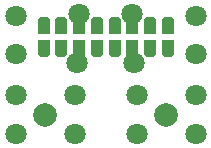
<source format=gbr>
%TF.GenerationSoftware,KiCad,Pcbnew,8.0.1-unknown-202403172319~81f55dfc9c~ubuntu22.04.1*%
%TF.CreationDate,2024-03-29T18:38:33+00:00*%
%TF.ProjectId,DRY_ELECTRODES,4452595f-454c-4454-9354-524f4445532e,1.0*%
%TF.SameCoordinates,Original*%
%TF.FileFunction,Soldermask,Top*%
%TF.FilePolarity,Negative*%
%FSLAX46Y46*%
G04 Gerber Fmt 4.6, Leading zero omitted, Abs format (unit mm)*
G04 Created by KiCad (PCBNEW 8.0.1-unknown-202403172319~81f55dfc9c~ubuntu22.04.1) date 2024-03-29 18:38:33*
%MOMM*%
%LPD*%
G01*
G04 APERTURE LIST*
G04 Aperture macros list*
%AMFreePoly0*
4,1,13,0.345671,0.480970,0.426777,0.426777,0.480970,0.345671,0.500000,0.250000,0.500000,-0.900000,-0.500000,-0.900000,-0.500000,0.250000,-0.480970,0.345671,-0.426777,0.426777,-0.345671,0.480970,-0.250000,0.500000,0.250000,0.500000,0.345671,0.480970,0.345671,0.480970,$1*%
G04 Aperture macros list end*
%ADD10FreePoly0,180.000000*%
%ADD11FreePoly0,0.000000*%
%ADD12C,1.800000*%
%ADD13C,2.000000*%
G04 APERTURE END LIST*
D10*
%TO.C,J14*%
X32250000Y-31500000D03*
%TD*%
D11*
%TO.C,J4*%
X29250000Y-29100000D03*
%TD*%
D10*
%TO.C,J9*%
X24750000Y-31500000D03*
%TD*%
D11*
%TO.C,J2*%
X26250000Y-29100000D03*
%TD*%
D10*
%TO.C,J12*%
X29250000Y-31500000D03*
%TD*%
%TO.C,J13*%
X30750000Y-31500000D03*
%TD*%
%TO.C,J16*%
X35250000Y-31500000D03*
%TD*%
D11*
%TO.C,J1*%
X24750000Y-29100000D03*
%TD*%
D10*
%TO.C,J10*%
X26250000Y-31500000D03*
%TD*%
%TO.C,J15*%
X33750000Y-31500000D03*
%TD*%
D11*
%TO.C,J5*%
X30750000Y-29100000D03*
%TD*%
%TO.C,J7*%
X33750000Y-29100000D03*
%TD*%
%TO.C,J3*%
X27750000Y-29100000D03*
%TD*%
D10*
%TO.C,J11*%
X27750000Y-31500000D03*
%TD*%
D11*
%TO.C,J6*%
X32250000Y-29100000D03*
%TD*%
%TO.C,J8*%
X35250000Y-29100000D03*
%TD*%
D12*
%TO.C,J20*%
X27375000Y-35250000D03*
%TD*%
%TO.C,J23*%
X37625000Y-28500000D03*
%TD*%
%TO.C,J30*%
X32400000Y-32500000D03*
%TD*%
D13*
%TO.C,I4*%
X35125000Y-36875000D03*
%TD*%
D12*
%TO.C,J27*%
X27600000Y-32500000D03*
%TD*%
D13*
%TO.C,I3*%
X24875000Y-36875000D03*
%TD*%
D12*
%TO.C,J25*%
X22375000Y-35250000D03*
%TD*%
%TO.C,J31*%
X37625000Y-38500000D03*
%TD*%
%TO.C,J29*%
X32625000Y-38500000D03*
%TD*%
%TO.C,J32*%
X37625000Y-35250000D03*
%TD*%
%TO.C,J18*%
X22375000Y-28500000D03*
%TD*%
%TO.C,J22*%
X32250000Y-28375000D03*
%TD*%
%TO.C,J19*%
X27750000Y-28375000D03*
%TD*%
%TO.C,J21*%
X32625000Y-35250000D03*
%TD*%
%TO.C,J26*%
X22375000Y-38500000D03*
%TD*%
%TO.C,J17*%
X22375000Y-31750000D03*
%TD*%
%TO.C,J28*%
X27375000Y-38500000D03*
%TD*%
%TO.C,J24*%
X37625000Y-31750000D03*
%TD*%
M02*

</source>
